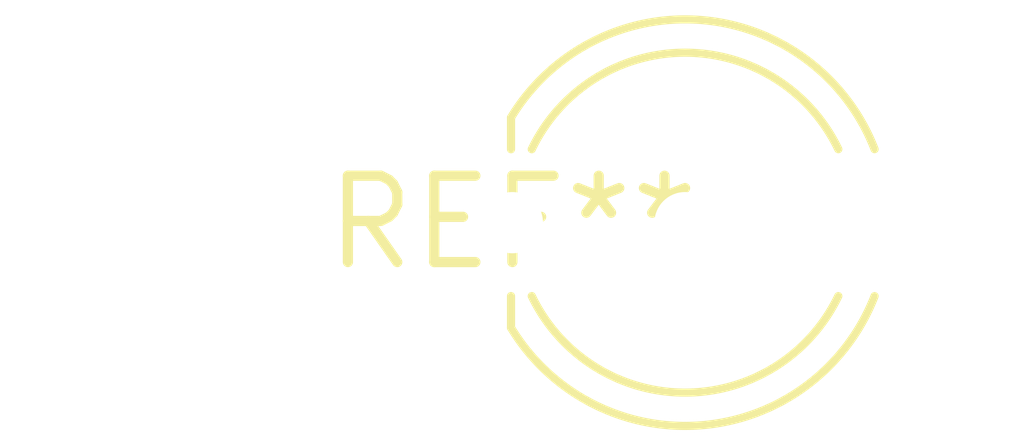
<source format=kicad_pcb>
(kicad_pcb (version 20240108) (generator pcbnew)
  (layers (0 "F.Cu" signal) (31 "B.Cu" signal) (34 "B.Paste" user) (35 "F.Paste" user) (36 "B.SilkS" user "B.Silkscreen") (37 "F.SilkS" user "F.Silkscreen") (38 "B.Mask" user) (39 "F.Mask" user) (44 "Edge.Cuts" user))
  (net 0 "")
  (footprint "LED_D5.0mm-3" (layer "F.Cu") (at 0 0)
    (property "Reference" "REF**")
    (property "Value" "LED_D5.0mm-3")
    (fp_line (start -0.02 -1.545) (end -0.02 -1.08) (layer "F.SilkS") (stroke (width 0.12)))
    (fp_line (start -0.02 1.08) (end -0.02 1.545) (layer "F.SilkS") (stroke (width 0.12)))
    (fp_arc (start -0.02 -1.54483) (mid 2.798456 -2.978809) (end 5.327815 -1.080827) (layer "F.SilkS") (stroke (width 0.12)))
    (fp_arc (start 0.285316 -1.08) (mid 2.539762 -2.5) (end 4.794479 -1.080429) (layer "F.SilkS") (stroke (width 0.12)))
    (fp_arc (start 4.794479 1.080429) (mid 2.539762 2.5) (end 0.285316 1.08) (layer "F.SilkS") (stroke (width 0.12)))
    (fp_arc (start 5.327815 1.080827) (mid 2.798456 2.978808) (end -0.02 1.54483) (layer "F.SilkS") (stroke (width 0.12)))
    (pad "1" thru_hole rect (at 0 0) (size 1.8 1.8) (drill 0.9) (layers *.Cu *.Mask) (remove_unused_layers))
    (pad "2" thru_hole circle (at 2.54 0) (size 1.8 1.8) (drill 0.9) (layers *.Cu *.Mask) (remove_unused_layers))
    (pad "3" thru_hole circle (at 5.08 0) (size 1.8 1.8) (drill 0.9) (layers *.Cu *.Mask) (remove_unused_layers))
  )
)
</source>
